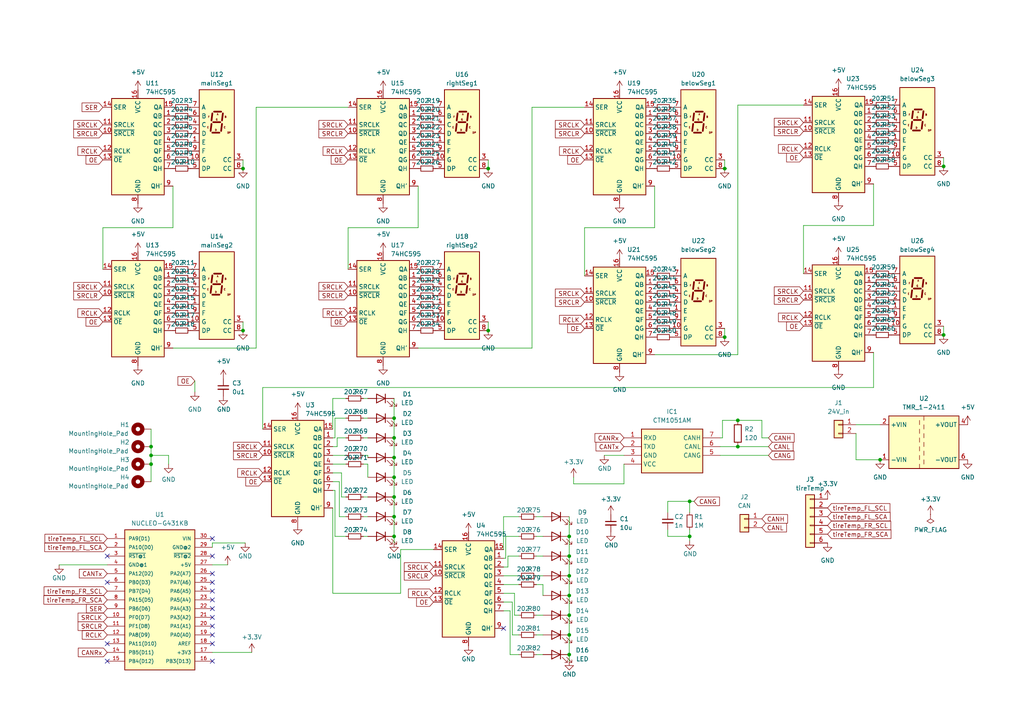
<source format=kicad_sch>
(kicad_sch (version 20230121) (generator eeschema)
  (paper "A4")
  (title_block (title "NTUR 7 dashboard screen") (date "2023-11-01") (rev "1") (company "NTURacing"))
  (junction (at 165.1 167.005))
  (junction (at 141.605 95.885))
  (junction (at 255.27 133.35))
  (junction (at 165.1 161.29))
  (junction (at 273.685 48.26))
  (junction (at 210.185 97.79))
  (junction (at 114.3 155.575))
  (junction (at 165.1 184.15))
  (junction (at 213.995 129.54))
  (junction (at 43.815 129.54))
  (junction (at 43.815 134.62))
  (junction (at 273.685 97.155))
  (junction (at 70.485 95.885))
  (junction (at 213.995 121.92))
  (junction (at 114.3 138.43))
  (junction (at 165.1 172.72))
  (junction (at 165.1 178.435))
  (junction (at 165.1 155.575))
  (junction (at 141.605 48.895))
  (junction (at 200.025 145.415))
  (junction (at 114.3 149.86))
  (junction (at 43.815 132.08))
  (junction (at 114.3 132.715))
  (junction (at 70.485 48.895))
  (junction (at 200.025 155.575))
  (junction (at 114.3 144.145))
  (junction (at 165.1 189.865))
  (junction (at 114.3 121.285))
  (junction (at 114.3 127))
  (junction (at 210.185 48.895))
  (no_connect (at 61.595 191.77))
  (no_connect (at 61.595 173.99))
  (no_connect (at 61.595 181.61))
  (no_connect (at 61.595 186.69))
  (no_connect (at 31.115 191.77))
  (no_connect (at 61.595 176.53))
  (no_connect (at 61.595 179.07))
  (no_connect (at 61.595 161.29))
  (no_connect (at 61.595 171.45))
  (no_connect (at 31.115 161.29))
  (no_connect (at 61.595 156.21))
  (no_connect (at 31.115 186.69))
  (no_connect (at 31.115 168.91))
  (no_connect (at 61.595 168.91))
  (no_connect (at 146.05 182.245))
  (no_connect (at 61.595 184.15))
  (no_connect (at 61.595 166.37))
  (wire (pts (xy 98.425 149.86) (xy 100.33 149.86)))
  (wire (pts (xy 96.52 115.57) (xy 100.33 115.57)))
  (wire (pts (xy 121.285 66.04) (xy 121.285 53.975)))
  (wire (pts (xy 149.225 172.085) (xy 149.225 178.435)))
  (wire (pts (xy 200.025 155.575) (xy 200.025 156.845)))
  (wire (pts (xy 155.575 189.865) (xy 157.48 189.865)))
  (wire (pts (xy 210.185 95.25) (xy 210.185 97.79)))
  (wire (pts (xy 43.815 132.08) (xy 48.895 132.08)))
  (wire (pts (xy 146.685 155.575) (xy 146.685 161.925)))
  (wire (pts (xy 146.05 149.86) (xy 146.05 159.385)))
  (wire (pts (xy 100.33 121.285) (xy 97.155 121.285)))
  (wire (pts (xy 155.575 178.435) (xy 157.48 178.435)))
  (wire (pts (xy 114.3 149.86) (xy 114.3 155.575)))
  (wire (pts (xy 165.1 161.29) (xy 165.1 167.005)))
  (wire (pts (xy 209.55 121.92) (xy 213.995 121.92)))
  (wire (pts (xy 213.995 102.87) (xy 213.995 30.48)))
  (wire (pts (xy 210.185 46.355) (xy 210.185 48.895)))
  (wire (pts (xy 43.815 124.46) (xy 43.815 129.54)))
  (wire (pts (xy 200.025 153.67) (xy 200.025 155.575)))
  (wire (pts (xy 96.52 142.24) (xy 97.155 142.24)))
  (wire (pts (xy 189.865 66.04) (xy 169.545 66.04)))
  (wire (pts (xy 166.37 140.335) (xy 166.37 138.43)))
  (wire (pts (xy 220.98 121.92) (xy 213.995 121.92)))
  (wire (pts (xy 43.815 132.08) (xy 43.815 134.62)))
  (wire (pts (xy 96.52 124.46) (xy 96.52 115.57)))
  (wire (pts (xy 70.485 93.345) (xy 70.485 95.885)))
  (wire (pts (xy 165.1 178.435) (xy 165.1 184.15)))
  (wire (pts (xy 114.3 121.285) (xy 114.3 127)))
  (wire (pts (xy 209.55 127) (xy 208.915 127)))
  (wire (pts (xy 61.595 157.48) (xy 61.595 158.75)))
  (wire (pts (xy 48.895 132.08) (xy 48.895 134.62)))
  (wire (pts (xy 97.155 142.24) (xy 97.155 155.575)))
  (wire (pts (xy 105.41 134.62) (xy 106.68 134.62)))
  (wire (pts (xy 96.52 134.62) (xy 100.33 134.62)))
  (wire (pts (xy 154.305 100.965) (xy 154.305 31.115)))
  (wire (pts (xy 105.41 155.575) (xy 106.68 155.575)))
  (wire (pts (xy 175.26 132.08) (xy 180.975 132.08)))
  (wire (pts (xy 147.32 161.29) (xy 150.495 161.29)))
  (wire (pts (xy 96.52 147.32) (xy 96.52 172.085)))
  (wire (pts (xy 155.575 155.575) (xy 157.48 155.575)))
  (wire (pts (xy 114.3 155.575) (xy 114.3 157.48)))
  (wire (pts (xy 141.605 93.345) (xy 141.605 95.885)))
  (wire (pts (xy 17.145 163.83) (xy 31.115 163.83)))
  (wire (pts (xy 200.025 145.415) (xy 200.025 148.59)))
  (wire (pts (xy 273.685 45.72) (xy 273.685 48.26)))
  (wire (pts (xy 98.425 139.7) (xy 98.425 149.86)))
  (wire (pts (xy 213.995 129.54) (xy 222.885 129.54)))
  (wire (pts (xy 193.675 153.67) (xy 193.675 155.575)))
  (wire (pts (xy 96.52 132.08) (xy 100.33 132.08)))
  (wire (pts (xy 210.185 48.895) (xy 210.82 48.895)))
  (wire (pts (xy 208.915 132.08) (xy 222.885 132.08)))
  (wire (pts (xy 148.59 174.625) (xy 148.59 184.15)))
  (wire (pts (xy 165.1 167.005) (xy 165.1 172.72)))
  (wire (pts (xy 200.025 145.415) (xy 193.675 145.415)))
  (wire (pts (xy 253.365 53.34) (xy 253.365 65.405)))
  (wire (pts (xy 189.865 53.975) (xy 189.865 66.04)))
  (wire (pts (xy 155.575 161.29) (xy 157.48 161.29)))
  (wire (pts (xy 165.1 184.15) (xy 165.1 189.865)))
  (wire (pts (xy 100.965 78.105) (xy 100.965 66.04)))
  (wire (pts (xy 70.485 46.355) (xy 70.485 48.895)))
  (wire (pts (xy 253.365 65.405) (xy 233.045 65.405)))
  (wire (pts (xy 114.3 138.43) (xy 114.3 144.145)))
  (wire (pts (xy 105.41 132.08) (xy 106.68 132.08)))
  (wire (pts (xy 155.575 169.545) (xy 157.48 169.545)))
  (wire (pts (xy 141.605 46.355) (xy 141.605 48.895)))
  (wire (pts (xy 155.575 184.15) (xy 157.48 184.15)))
  (wire (pts (xy 97.79 127) (xy 97.79 129.54)))
  (wire (pts (xy 50.165 100.965) (xy 74.295 100.965)))
  (wire (pts (xy 97.79 129.54) (xy 96.52 129.54)))
  (wire (pts (xy 165.1 149.86) (xy 165.1 155.575)))
  (wire (pts (xy 97.155 155.575) (xy 100.33 155.575)))
  (wire (pts (xy 213.995 30.48) (xy 233.045 30.48)))
  (wire (pts (xy 43.815 129.54) (xy 43.815 132.08)))
  (wire (pts (xy 220.98 127) (xy 222.885 127)))
  (wire (pts (xy 114.3 132.715) (xy 114.3 138.43)))
  (wire (pts (xy 165.1 155.575) (xy 165.1 161.29)))
  (wire (pts (xy 106.68 134.62) (xy 106.68 138.43)))
  (wire (pts (xy 180.975 140.335) (xy 180.975 134.62)))
  (wire (pts (xy 114.3 144.145) (xy 114.3 149.86)))
  (wire (pts (xy 248.285 133.35) (xy 255.27 133.35)))
  (wire (pts (xy 155.575 167.005) (xy 157.48 167.005)))
  (wire (pts (xy 169.545 66.04) (xy 169.545 80.01)))
  (wire (pts (xy 220.98 127) (xy 220.98 121.92)))
  (wire (pts (xy 116.205 159.385) (xy 125.73 159.385)))
  (wire (pts (xy 146.685 155.575) (xy 150.495 155.575)))
  (wire (pts (xy 208.915 129.54) (xy 213.995 129.54)))
  (wire (pts (xy 105.41 149.86) (xy 106.68 149.86)))
  (wire (pts (xy 29.845 66.04) (xy 50.165 66.04)))
  (wire (pts (xy 193.675 155.575) (xy 200.025 155.575)))
  (wire (pts (xy 99.06 144.145) (xy 100.33 144.145)))
  (wire (pts (xy 74.295 100.965) (xy 74.295 31.115)))
  (wire (pts (xy 157.48 169.545) (xy 157.48 172.72)))
  (wire (pts (xy 273.685 94.615) (xy 273.685 97.155)))
  (wire (pts (xy 147.955 177.165) (xy 147.955 189.865)))
  (wire (pts (xy 253.365 112.395) (xy 76.2 112.395)))
  (wire (pts (xy 76.2 112.395) (xy 76.2 124.46)))
  (wire (pts (xy 146.05 172.085) (xy 149.225 172.085)))
  (wire (pts (xy 146.05 167.005) (xy 150.495 167.005)))
  (wire (pts (xy 148.59 184.15) (xy 150.495 184.15)))
  (wire (pts (xy 193.675 145.415) (xy 193.675 148.59)))
  (wire (pts (xy 146.05 174.625) (xy 148.59 174.625)))
  (wire (pts (xy 43.815 134.62) (xy 43.815 139.7)))
  (wire (pts (xy 97.155 127) (xy 96.52 127)))
  (wire (pts (xy 155.575 149.86) (xy 157.48 149.86)))
  (wire (pts (xy 189.865 102.87) (xy 213.995 102.87)))
  (wire (pts (xy 99.06 137.16) (xy 99.06 144.145)))
  (wire (pts (xy 96.52 139.7) (xy 98.425 139.7)))
  (wire (pts (xy 253.365 102.235) (xy 253.365 112.395)))
  (wire (pts (xy 96.52 172.085) (xy 116.205 172.085)))
  (wire (pts (xy 147.32 161.29) (xy 147.32 164.465)))
  (wire (pts (xy 146.685 161.925) (xy 146.05 161.925)))
  (wire (pts (xy 97.155 121.285) (xy 97.155 127)))
  (wire (pts (xy 121.285 100.965) (xy 154.305 100.965)))
  (wire (pts (xy 147.32 164.465) (xy 146.05 164.465)))
  (wire (pts (xy 209.55 121.92) (xy 209.55 127)))
  (wire (pts (xy 146.05 177.165) (xy 147.955 177.165)))
  (wire (pts (xy 146.05 149.86) (xy 150.495 149.86)))
  (wire (pts (xy 74.295 31.115) (xy 100.965 31.115)))
  (wire (pts (xy 106.68 127) (xy 105.41 127)))
  (wire (pts (xy 66.04 163.83) (xy 61.595 163.83)))
  (wire (pts (xy 96.52 137.16) (xy 99.06 137.16)))
  (wire (pts (xy 50.165 66.04) (xy 50.165 53.975)))
  (wire (pts (xy 233.045 65.405) (xy 233.045 79.375)))
  (wire (pts (xy 146.05 169.545) (xy 150.495 169.545)))
  (wire (pts (xy 106.68 132.08) (xy 106.68 132.715)))
  (wire (pts (xy 29.845 78.105) (xy 29.845 66.04)))
  (wire (pts (xy 165.1 191.77) (xy 165.1 189.865)))
  (wire (pts (xy 165.1 172.72) (xy 165.1 178.435)))
  (wire (pts (xy 100.965 66.04) (xy 121.285 66.04)))
  (wire (pts (xy 105.41 115.57) (xy 106.68 115.57)))
  (wire (pts (xy 154.305 31.115) (xy 169.545 31.115)))
  (wire (pts (xy 114.3 127) (xy 114.3 132.715)))
  (wire (pts (xy 201.295 145.415) (xy 200.025 145.415)))
  (wire (pts (xy 73.025 189.23) (xy 61.595 189.23)))
  (wire (pts (xy 105.41 144.145) (xy 106.68 144.145)))
  (wire (pts (xy 61.595 157.48) (xy 71.12 157.48)))
  (wire (pts (xy 100.33 127) (xy 97.79 127)))
  (wire (pts (xy 56.515 110.49) (xy 56.515 113.665)))
  (wire (pts (xy 147.955 189.865) (xy 150.495 189.865)))
  (wire (pts (xy 116.205 172.085) (xy 116.205 159.385)))
  (wire (pts (xy 180.975 140.335) (xy 166.37 140.335)))
  (wire (pts (xy 114.3 115.57) (xy 114.3 121.285)))
  (wire (pts (xy 248.285 125.73) (xy 248.285 133.35)))
  (wire (pts (xy 106.68 121.285) (xy 105.41 121.285)))
  (wire (pts (xy 248.285 123.19) (xy 255.27 123.19)))
  (wire (pts (xy 149.225 178.435) (xy 150.495 178.435)))
  (global_label "CANRx" (shape input) (at 180.975 127 180) (property "Intersheetrefs" "${INTERSHEET_REFS}" (effects hide)))
  (global_label "RCLK" (shape input) (at 29.845 43.815 180) (property "Intersheetrefs" "${INTERSHEET_REFS}" (effects hide)))
  (global_label "RCLK" (shape input) (at 100.965 43.815 180) (property "Intersheetrefs" "${INTERSHEET_REFS}" (effects hide)))
  (global_label "SRCLR" (shape input) (at 100.965 85.725 180) (property "Intersheetrefs" "${INTERSHEET_REFS}" (effects hide)))
  (global_label "SRCLR" (shape input) (at 169.545 38.735 180) (property "Intersheetrefs" "${INTERSHEET_REFS}" (effects hide)))
  (global_label "CANH" (shape input) (at 222.885 127 0) (property "Intersheetrefs" "${INTERSHEET_REFS}" (effects hide)))
  (global_label "OE" (shape input) (at 76.2 139.7 180) (property "Intersheetrefs" "${INTERSHEET_REFS}" (effects hide)))
  (global_label "SRCLR" (shape input) (at 29.845 85.725 180) (property "Intersheetrefs" "${INTERSHEET_REFS}" (effects hide)))
  (global_label "RCLK" (shape input) (at 100.965 90.805 180) (property "Intersheetrefs" "${INTERSHEET_REFS}" (effects hide)))
  (global_label "OE" (shape input) (at 29.845 93.345 180) (property "Intersheetrefs" "${INTERSHEET_REFS}" (effects hide)))
  (global_label "RCLK" (shape input) (at 169.545 92.71 180) (property "Intersheetrefs" "${INTERSHEET_REFS}" (effects hide)))
  (global_label "OE" (shape input) (at 100.965 93.345 180) (property "Intersheetrefs" "${INTERSHEET_REFS}" (effects hide)))
  (global_label "RCLK" (shape input) (at 29.845 90.805 180) (property "Intersheetrefs" "${INTERSHEET_REFS}" (effects hide)))
  (global_label "CANTx" (shape input) (at 31.115 166.37 180) (property "Intersheetrefs" "${INTERSHEET_REFS}" (effects hide)))
  (global_label "CANG" (shape input) (at 201.295 145.415 0) (property "Intersheetrefs" "${INTERSHEET_REFS}" (effects hide)))
  (global_label "SRCLK" (shape input) (at 125.73 164.465 180) (property "Intersheetrefs" "${INTERSHEET_REFS}" (effects hide)))
  (global_label "SRCLK" (shape input) (at 100.965 36.195 180) (property "Intersheetrefs" "${INTERSHEET_REFS}" (effects hide)))
  (global_label "CANL" (shape input) (at 222.885 129.54 0) (property "Intersheetrefs" "${INTERSHEET_REFS}" (effects hide)))
  (global_label "SRCLK" (shape input) (at 31.115 179.07 180) (property "Intersheetrefs" "${INTERSHEET_REFS}" (effects hide)))
  (global_label "SER" (shape input) (at 29.845 31.115 180) (property "Intersheetrefs" "${INTERSHEET_REFS}" (effects hide)))
  (global_label "CANG" (shape input) (at 222.885 132.08 0) (property "Intersheetrefs" "${INTERSHEET_REFS}" (effects hide)))
  (global_label "OE" (shape input) (at 29.845 46.355 180) (property "Intersheetrefs" "${INTERSHEET_REFS}" (effects hide)))
  (global_label "RCLK" (shape input) (at 169.545 43.815 180) (property "Intersheetrefs" "${INTERSHEET_REFS}" (effects hide)))
  (global_label "SRCLR" (shape input) (at 233.045 38.1 180) (property "Intersheetrefs" "${INTERSHEET_REFS}" (effects hide)))
  (global_label "SRCLR" (shape input) (at 100.965 38.735 180) (property "Intersheetrefs" "${INTERSHEET_REFS}" (effects hide)))
  (global_label "OE" (shape input) (at 169.545 46.355 180) (property "Intersheetrefs" "${INTERSHEET_REFS}" (effects hide)))
  (global_label "SRCLK" (shape input) (at 76.2 129.54 180) (property "Intersheetrefs" "${INTERSHEET_REFS}" (effects hide)))
  (global_label "tireTemp_FR_SCA" (shape input) (at 240.03 154.94 0) (property "Intersheetrefs" "${INTERSHEET_REFS}" (effects hide)))
  (global_label "SER" (shape input) (at 31.115 176.53 180) (property "Intersheetrefs" "${INTERSHEET_REFS}" (effects hide)))
  (global_label "tireTemp_FL_SCL" (shape input) (at 31.115 156.21 180) (property "Intersheetrefs" "${INTERSHEET_REFS}" (effects hide)))
  (global_label "CANTx" (shape input) (at 180.975 129.54 180) (property "Intersheetrefs" "${INTERSHEET_REFS}" (effects hide)))
  (global_label "SRCLR" (shape input) (at 125.73 167.005 180) (property "Intersheetrefs" "${INTERSHEET_REFS}" (effects hide)))
  (global_label "SRCLR" (shape input) (at 233.045 86.995 180) (property "Intersheetrefs" "${INTERSHEET_REFS}" (effects hide)))
  (global_label "SRCLR" (shape input) (at 169.545 87.63 180) (property "Intersheetrefs" "${INTERSHEET_REFS}" (effects hide)))
  (global_label "SRCLK" (shape input) (at 233.045 84.455 180) (property "Intersheetrefs" "${INTERSHEET_REFS}" (effects hide)))
  (global_label "SRCLK" (shape input) (at 169.545 85.09 180) (property "Intersheetrefs" "${INTERSHEET_REFS}" (effects hide)))
  (global_label "tireTemp_FR_SCL" (shape input) (at 31.115 171.45 180) (property "Intersheetrefs" "${INTERSHEET_REFS}" (effects hide)))
  (global_label "RCLK" (shape input) (at 233.045 92.075 180) (property "Intersheetrefs" "${INTERSHEET_REFS}" (effects hide)))
  (global_label "tireTemp_FR_SCA" (shape input) (at 31.115 173.99 180) (property "Intersheetrefs" "${INTERSHEET_REFS}" (effects hide)))
  (global_label "tireTemp_FL_SCA" (shape input) (at 240.03 149.86 0) (property "Intersheetrefs" "${INTERSHEET_REFS}" (effects hide)))
  (global_label "OE" (shape input) (at 125.73 174.625 180) (property "Intersheetrefs" "${INTERSHEET_REFS}" (effects hide)))
  (global_label "OE" (shape input) (at 100.965 46.355 180) (property "Intersheetrefs" "${INTERSHEET_REFS}" (effects hide)))
  (global_label "SRCLK" (shape input) (at 29.845 83.185 180) (property "Intersheetrefs" "${INTERSHEET_REFS}" (effects hide)))
  (global_label "SRCLK" (shape input) (at 233.045 35.56 180) (property "Intersheetrefs" "${INTERSHEET_REFS}" (effects hide)))
  (global_label "SRCLK" (shape input) (at 100.965 83.185 180) (property "Intersheetrefs" "${INTERSHEET_REFS}" (effects hide)))
  (global_label "RCLK" (shape input) (at 31.115 184.15 180) (property "Intersheetrefs" "${INTERSHEET_REFS}" (effects hide)))
  (global_label "CANH" (shape input) (at 220.98 150.495 0) (property "Intersheetrefs" "${INTERSHEET_REFS}" (effects hide)))
  (global_label "RCLK" (shape input) (at 76.2 137.16 180) (property "Intersheetrefs" "${INTERSHEET_REFS}" (effects hide)))
  (global_label "SRCLR" (shape input) (at 31.115 181.61 180) (property "Intersheetrefs" "${INTERSHEET_REFS}" (effects hide)))
  (global_label "SRCLK" (shape input) (at 169.545 36.195 180) (property "Intersheetrefs" "${INTERSHEET_REFS}" (effects hide)))
  (global_label "RCLK" (shape input) (at 233.045 43.18 180) (property "Intersheetrefs" "${INTERSHEET_REFS}" (effects hide)))
  (global_label "OE" (shape input) (at 233.045 45.72 180) (property "Intersheetrefs" "${INTERSHEET_REFS}" (effects hide)))
  (global_label "OE" (shape input) (at 233.045 94.615 180) (property "Intersheetrefs" "${INTERSHEET_REFS}" (effects hide)))
  (global_label "CANL" (shape input) (at 220.98 153.035 0) (property "Intersheetrefs" "${INTERSHEET_REFS}" (effects hide)))
  (global_label "tireTemp_FL_SCA" (shape input) (at 31.115 158.75 180) (property "Intersheetrefs" "${INTERSHEET_REFS}" (effects hide)))
  (global_label "CANRx" (shape input) (at 31.115 189.23 180) (property "Intersheetrefs" "${INTERSHEET_REFS}" (effects hide)))
  (global_label "SRCLK" (shape input) (at 29.845 36.195 180) (property "Intersheetrefs" "${INTERSHEET_REFS}" (effects hide)))
  (global_label "SRCLR" (shape input) (at 76.2 132.08 180) (property "Intersheetrefs" "${INTERSHEET_REFS}" (effects hide)))
  (global_label "tireTemp_FL_SCL" (shape input) (at 240.03 147.32 0) (property "Intersheetrefs" "${INTERSHEET_REFS}" (effects hide)))
  (global_label "OE" (shape input) (at 56.515 110.49 180) (property "Intersheetrefs" "${INTERSHEET_REFS}" (effects hide)))
  (global_label "OE" (shape input) (at 169.545 95.25 180) (property "Intersheetrefs" "${INTERSHEET_REFS}" (effects hide)))
  (global_label "RCLK" (shape input) (at 125.73 172.085 180) (property "Intersheetrefs" "${INTERSHEET_REFS}" (effects hide)))
  (global_label "tireTemp_FR_SCL" (shape input) (at 240.03 152.4 0) (property "Intersheetrefs" "${INTERSHEET_REFS}" (effects hide)))
  (global_label "SRCLR" (shape input) (at 29.845 38.735 180) (property "Intersheetrefs" "${INTERSHEET_REFS}" (effects hide)))
  (symbol (lib_id "Device:R_Small") (at 255.905 81.915 90) (unit 1)
    (property "Reference" "R60" (at 257.81 80.01 90))
    (property "Value" "202" (at 254.635 80.01 90))
    (property "Footprint" "Resistor_SMD:R_0805_2012Metric" (effects hide))
  )
  (symbol (lib_id "Device:R_Small") (at 255.905 33.02 90) (unit 1)
    (property "Reference" "R52" (at 257.81 31.115 90))
    (property "Value" "202" (at 254.635 31.115 90))
    (property "Footprint" "Resistor_SMD:R_0805_2012Metric" (effects hide))
  )
  (symbol (lib_id "Device:R_Small") (at 153.035 169.545 90) (unit 1)
    (property "Reference" "R79" (at 154.94 167.64 90))
    (property "Value" "202" (at 151.765 167.64 90))
    (property "Footprint" "Resistor_SMD:R_0805_2012Metric" (effects hide))
  )
  (symbol (lib_id "Device:R_Small") (at 255.905 86.995 90) (unit 1)
    (property "Reference" "R62" (at 257.81 85.09 90))
    (property "Value" "202" (at 254.635 85.09 90))
    (property "Footprint" "Resistor_SMD:R_0805_2012Metric" (effects hide))
  )
  (symbol (lib_id "power:+5V") (at 64.77 109.855 0) (unit 1)
    (property "Reference" "#PWR043" (effects hide))
    (property "Value" "+5V" (at 64.77 104.775 0))
  )
  (symbol (lib_id "Display_Character:KCSC02-105") (at 133.985 85.725 0) (unit 1)
    (property "Reference" "U18" (at 133.985 68.58 0))
    (property "Value" "rightSeg2" (at 133.985 71.12 0))
    (property "Footprint" "CustomLibrary:1digit 7 segment display 0.56inch" (effects hide))
    (property "Datasheet" "http://www.kingbright.com/attachments/file/psearch/000/00/00/KCSC02-105(Ver.9A).pdf" (effects hide))
  )
  (symbol (lib_id "Device:R_Small") (at 192.405 85.09 90) (unit 1)
    (property "Reference" "R45" (at 194.31 83.185 90))
    (property "Value" "202" (at 191.135 83.185 90))
    (property "Footprint" "Resistor_SMD:R_0805_2012Metric" (effects hide))
  )
  (symbol (lib_id "Device:LED") (at 161.29 172.72 0) (mirror y) (unit 1)
    (property "Reference" "D13" (at 168.91 171.45 0))
    (property "Value" "LED" (at 168.91 173.99 0))
    (property "Footprint" "LED_SMD:LED_1812_4532Metric" (effects hide))
  )
  (symbol (lib_id "power:PWR_FLAG") (at 269.875 149.225 180) (unit 1)
    (property "Reference" "#FLG02" (effects hide))
    (property "Value" "PWR_FLAG" (at 269.875 153.67 0))
  )
  (symbol (lib_id "Device:LED") (at 161.29 189.865 0) (mirror y) (unit 1)
    (property "Reference" "D16" (at 168.91 188.595 0))
    (property "Value" "LED" (at 168.91 191.135 0))
    (property "Footprint" "LED_SMD:LED_1812_4532Metric" (effects hide))
  )
  (symbol (lib_id "Device:C_Small") (at 177.165 151.765 0) (unit 1)
    (property "Reference" "C1" (at 179.705 150.5013 0) (effects (justify left)))
    (property "Value" "10u" (at 179.705 153.0413 0) (effects (justify left)))
    (property "Footprint" "Capacitor_SMD:C_0805_2012Metric_Pad1.18x1.45mm_HandSolder" (effects hide))
  )
  (symbol (lib_id "Device:R_Small") (at 123.825 41.275 90) (unit 1)
    (property "Reference" "R23" (at 125.73 39.37 90))
    (property "Value" "202" (at 122.555 39.37 90))
    (property "Footprint" "Resistor_SMD:R_0805_2012Metric" (effects hide))
  )
  (symbol (lib_id "Display_Character:KCSC02-105") (at 62.865 85.725 0) (unit 1)
    (property "Reference" "U14" (at 62.865 68.58 0))
    (property "Value" "mainSeg2" (at 62.865 71.12 0))
    (property "Footprint" "CustomLibrary:1digit 7 segment display 1.5inch" (effects hide))
    (property "Datasheet" "http://www.kingbright.com/attachments/file/psearch/000/00/00/KCSC02-105(Ver.9A).pdf" (effects hide))
  )
  (symbol (lib_id "power:GND") (at 243.205 58.42 0) (unit 1)
    (property "Reference" "#PWR015" (effects hide))
    (property "Value" "GND" (at 243.205 63.5 0))
  )
  (symbol (lib_id "power:GND") (at 175.26 132.08 0) (unit 1)
    (property "Reference" "#PWR034" (effects hide))
    (property "Value" "GND" (at 173.355 135.89 0) (effects (justify left)))
  )
  (symbol (lib_id "Connector_Generic:Conn_01x02") (at 215.9 150.495 0) (mirror y) (unit 1)
    (property "Reference" "J2" (at 215.9 144.145 0))
    (property "Value" "CAN" (at 215.9 146.685 0))
    (property "Footprint" "Connector_JST:JST_XH_S2B-XH-A-1_1x02_P2.50mm_Horizontal" (effects hide))
  )
  (symbol (lib_id "power:GND") (at 165.1 191.77 0) (unit 1)
    (property "Reference" "#PWR07" (effects hide))
    (property "Value" "GND" (at 165.1 195.58 0))
  )
  (symbol (lib_id "Device:R_Small") (at 102.87 155.575 90) (unit 1)
    (property "Reference" "R74" (at 104.775 153.67 90))
    (property "Value" "202" (at 101.6 153.67 90))
    (property "Footprint" "Resistor_SMD:R_0805_2012Metric" (effects hide))
  )
  (symbol (lib_id "Device:R_Small") (at 255.905 40.64 90) (unit 1)
    (property "Reference" "R55" (at 257.81 38.735 90))
    (property "Value" "202" (at 254.635 38.735 90))
    (property "Footprint" "Resistor_SMD:R_0805_2012Metric" (effects hide))
  )
  (symbol (lib_id "Device:R_Small") (at 52.705 93.345 90) (unit 1)
    (property "Reference" "R17" (at 54.61 91.44 90))
    (property "Value" "202" (at 51.435 91.44 90))
    (property "Footprint" "Resistor_SMD:R_0805_2012Metric" (effects hide))
  )
  (symbol (lib_id "power:GND") (at 177.165 154.305 0) (unit 1)
    (property "Reference" "#PWR033" (effects hide))
    (property "Value" "GND" (at 175.26 158.115 0) (effects (justify left)))
  )
  (symbol (lib_id "power:+3.3V") (at 269.875 149.225 0) (unit 1)
    (property "Reference" "#PWR041" (effects hide))
    (property "Value" "+3.3V" (at 269.875 144.78 0))
  )
  (symbol (lib_id "Device:R_Small") (at 123.825 90.805 90) (unit 1)
    (property "Reference" "R32" (at 125.73 88.9 90))
    (property "Value" "202" (at 122.555 88.9 90))
    (property "Footprint" "Resistor_SMD:R_0805_2012Metric" (effects hide))
  )
  (symbol (lib_id "Device:LED") (at 110.49 144.145 0) (mirror y) (unit 1)
    (property "Reference" "D6" (at 118.11 142.875 0))
    (property "Value" "LED" (at 118.11 145.415 0))
    (property "Footprint" "LED_SMD:LED_1812_4532Metric" (effects hide))
  )
  (symbol (lib_id "Device:R_Small") (at 192.405 33.655 90) (unit 1)
    (property "Reference" "R36" (at 194.31 31.75 90))
    (property "Value" "202" (at 191.135 31.75 90))
    (property "Footprint" "Resistor_SMD:R_0805_2012Metric" (effects hide))
  )
  (symbol (lib_id "Device:R_Small") (at 123.825 38.735 90) (unit 1)
    (property "Reference" "R22" (at 125.73 36.83 90))
    (property "Value" "202" (at 122.555 36.83 90))
    (property "Footprint" "Resistor_SMD:R_0805_2012Metric" (effects hide))
  )
  (symbol (lib_id "Device:R_Small") (at 102.87 127 90) (unit 1)
    (property "Reference" "R69" (at 104.775 125.095 90))
    (property "Value" "202" (at 101.6 125.095 90))
    (property "Footprint" "Resistor_SMD:R_0805_2012Metric" (effects hide))
  )
  (symbol (lib_id "Device:R_Small") (at 52.705 38.735 90) (unit 1)
    (property "Reference" "R6" (at 54.61 36.83 90))
    (property "Value" "202" (at 51.435 36.83 90))
    (property "Footprint" "Resistor_SMD:R_0805_2012Metric" (effects hide))
  )
  (symbol (lib_id "power:GND") (at 70.485 95.885 0) (unit 1)
    (property "Reference" "#PWR023" (effects hide))
    (property "Value" "GND" (at 70.485 100.965 0))
  )
  (symbol (lib_id "Device:R_Small") (at 192.405 95.25 90) (unit 1)
    (property "Reference" "R49" (at 194.31 93.345 90))
    (property "Value" "202" (at 191.135 93.345 90))
    (property "Footprint" "Resistor_SMD:R_0805_2012Metric" (effects hide))
  )
  (symbol (lib_id "power:GND") (at 210.185 97.79 0) (unit 1)
    (property "Reference" "#PWR025" (effects hide))
    (property "Value" "GND" (at 210.185 102.87 0))
  )
  (symbol (lib_id "74xx:74HC595") (at 179.705 90.17 0) (unit 1)
    (property "Reference" "U21" (at 181.8991 72.39 0) (effects (justify left)))
    (property "Value" "74HC595" (at 181.8991 74.93 0) (effects (justify left)))
    (property "Footprint" "Package_DIP:DIP-16_W7.62mm_Socket_LongPads" (effects hide))
    (property "Datasheet" "http://www.ti.com/lit/ds/symlink/sn74hc595.pdf" (effects hide))
  )
  (symbol (lib_id "power:GND") (at 71.12 157.48 0) (unit 1)
    (property "Reference" "#PWR037" (effects hide))
    (property "Value" "GND" (at 71.12 161.29 0))
  )
  (symbol (lib_id "Device:LED") (at 161.29 155.575 0) (mirror y) (unit 1)
    (property "Reference" "D10" (at 168.91 154.305 0))
    (property "Value" "LED" (at 168.91 156.845 0))
    (property "Footprint" "LED_SMD:LED_1812_4532Metric" (effects hide))
  )
  (symbol (lib_id "Device:R_Small") (at 255.905 43.18 90) (unit 1)
    (property "Reference" "R56" (at 257.81 41.275 90))
    (property "Value" "202" (at 254.635 41.275 90))
    (property "Footprint" "Resistor_SMD:R_0805_2012Metric" (effects hide))
  )
  (symbol (lib_id "Device:R_Small") (at 123.825 93.345 90) (unit 1)
    (property "Reference" "R33" (at 125.73 91.44 90))
    (property "Value" "202" (at 122.555 91.44 90))
    (property "Footprint" "Resistor_SMD:R_0805_2012Metric" (effects hide))
  )
  (symbol (lib_id "power:+5V") (at 40.005 26.035 0) (unit 1)
    (property "Reference" "#PWR020" (effects hide))
    (property "Value" "+5V" (at 40.005 20.955 0))
  )
  (symbol (lib_id "74xx:74HC595") (at 111.125 41.275 0) (unit 1)
    (property "Reference" "U15" (at 113.3191 24.13 0) (effects (justify left)))
    (property "Value" "74HC595" (at 113.3191 26.67 0) (effects (justify left)))
    (property "Footprint" "Package_DIP:DIP-16_W7.62mm_Socket_LongPads" (effects hide))
    (property "Datasheet" "http://www.ti.com/lit/ds/symlink/sn74hc595.pdf" (effects hide))
  )
  (symbol (lib_id "Device:R_Small") (at 123.825 43.815 90) (unit 1)
    (property "Reference" "R24" (at 125.73 41.91 90))
    (property "Value" "202" (at 122.555 41.91 90))
    (property "Footprint" "Resistor_SMD:R_0805_2012Metric" (effects hide))
  )
  (symbol (lib_id "Device:LED") (at 161.29 161.29 0) (mirror y) (unit 1)
    (property "Reference" "D11" (at 168.91 160.02 0))
    (property "Value" "LED" (at 168.91 162.56 0))
    (property "Footprint" "LED_SMD:LED_1812_4532Metric" (effects hide))
  )
  (symbol (lib_id "power:GND") (at 243.205 107.315 0) (unit 1)
    (property "Reference" "#PWR017" (effects hide))
    (property "Value" "GND" (at 243.205 112.395 0))
  )
  (symbol (lib_id "Device:R_Small") (at 52.705 33.655 90) (unit 1)
    (property "Reference" "R4" (at 54.61 31.75 90))
    (property "Value" "202" (at 51.435 31.75 90))
    (property "Footprint" "Resistor_SMD:R_0805_2012Metric" (effects hide))
  )
  (symbol (lib_id "power:+5V") (at 40.005 73.025 0) (unit 1)
    (property "Reference" "#PWR018" (effects hide))
    (property "Value" "+5V" (at 40.005 67.945 0))
  )
  (symbol (lib_id "Regulator_Switching:TMR_1-2411") (at 267.97 128.27 0) (unit 1)
    (property "Reference" "U2" (at 267.97 115.57 0))
    (property "Value" "TMR_1-2411" (at 267.97 118.11 0))
    (property "Footprint" "Converter_DCDC:Converter_DCDC_TRACO_TMR-1-xxxx_Single_THT" (effects hide))
    (property "Datasheet" "http://assets.tracopower.com/TMR1/documents/tmr1-datasheet.pdf" (effects hide))
  )
  (symbol (lib_id "Device:R_Small") (at 123.825 78.105 90) (unit 1)
    (property "Reference" "R27" (at 125.73 76.2 90))
    (property "Value" "202" (at 122.555 76.2 90))
    (property "Footprint" "Resistor_SMD:R_0805_2012Metric" (effects hide))
  )
  (symbol (lib_id "power:GND") (at 240.03 157.48 0) (unit 1)
    (property "Reference" "#PWR031" (effects hide))
    (property "Value" "GND" (at 240.03 162.56 0))
  )
  (symbol (lib_id "Device:R_Small") (at 255.905 35.56 90) (unit 1)
    (property "Reference" "R53" (at 257.81 33.655 90))
    (property "Value" "202" (at 254.635 33.655 90))
    (property "Footprint" "Resistor_SMD:R_0805_2012Metric" (effects hide))
  )
  (symbol (lib_id "Device:LED") (at 161.29 149.86 0) (mirror y) (unit 1)
    (property "Reference" "D9" (at 168.91 148.59 0))
    (property "Value" "LED" (at 168.91 151.13 0))
    (property "Footprint" "LED_SMD:LED_1812_4532Metric" (effects hide))
  )
  (symbol (lib_id "power:GND") (at 70.485 48.895 0) (unit 1)
    (property "Reference" "#PWR022" (effects hide))
    (property "Value" "GND" (at 70.485 53.975 0))
  )
  (symbol (lib_id "Device:R_Small") (at 200.025 151.13 0) (unit 1)
    (property "Reference" "R1" (at 201.295 149.86 0) (effects (justify left)))
    (property "Value" "1M" (at 201.295 152.4 0) (effects (justify left)))
    (property "Footprint" "Resistor_SMD:R_0603_1608Metric" (effects hide))
  )
  (symbol (lib_id "Device:R_Small") (at 192.405 46.355 90) (unit 1)
    (property "Reference" "R41" (at 194.31 44.45 90))
    (property "Value" "202" (at 191.135 44.45 90))
    (property "Footprint" "Resistor_SMD:R_0805_2012Metric" (effects hide))
  )
  (symbol (lib_id "power:GND") (at 86.36 152.4 0) (unit 1)
    (property "Reference" "#PWR047" (effects hide))
    (property "Value" "GND" (at 86.36 157.48 0))
  )
  (symbol (lib_id "Mechanical:MountingHole_Pad") (at 41.275 124.46 90) (unit 1)
    (property "Reference" "H1" (at 36.195 123.19 90))
    (property "Value" "MountingHole_Pad" (at 28.575 125.73 90))
    (property "Footprint" "MountingHole:MountingHole_2.2mm_M2_DIN965_Pad_TopBottom" (effects hide))
  )
  (symbol (lib_id "power:GND") (at 141.605 48.895 0) (unit 1)
    (property "Reference" "#PWR028" (effects hide))
    (property "Value" "GND" (at 141.605 53.975 0))
  )
  (symbol (lib_id "Device:R_Small") (at 255.905 92.075 90) (unit 1)
    (property "Reference" "R64" (at 257.81 90.17 90))
    (property "Value" "202" (at 254.635 90.17 90))
    (property "Footprint" "Resistor_SMD:R_0805_2012Metric" (effects hide))
  )
  (symbol (lib_id "Device:R_Small") (at 52.705 46.355 90) (unit 1)
    (property "Reference" "R9" (at 54.61 44.45 90))
    (property "Value" "202" (at 51.435 44.45 90))
    (property "Footprint" "Resistor_SMD:R_0805_2012Metric" (effects hide))
  )
  (symbol (lib_id "Device:R_Small") (at 52.705 36.195 90) (unit 1)
    (property "Reference" "R5" (at 54.61 34.29 90))
    (property "Value" "202" (at 51.435 34.29 90))
    (property "Footprint" "Resistor_SMD:R_0805_2012Metric" (effects hide))
  )
  (symbol (lib_id "Device:R_Small") (at 123.825 36.195 90) (unit 1)
    (property "Reference" "R21" (at 125.73 34.29 90))
    (property "Value" "202" (at 122.555 34.29 90))
    (property "Footprint" "Resistor_SMD:R_0805_2012Metric" (effects hide))
  )
  (symbol (lib_id "Device:R_Small") (at 102.87 115.57 90) (unit 1)
    (property "Reference" "R67" (at 104.775 113.665 90))
    (property "Value" "202" (at 101.6 113.665 90))
    (property "Footprint" "Resistor_SMD:R_0805_2012Metric" (effects hide))
  )
  (symbol (lib_id "Mechanical:MountingHole_Pad") (at 41.275 134.62 90) (unit 1)
    (property "Reference" "H3" (at 36.195 133.35 90))
    (property "Value" "MountingHole_Pad" (at 28.575 135.89 90))
    (property "Footprint" "MountingHole:MountingHole_2.2mm_M2_DIN965_Pad_TopBottom" (effects hide))
  )
  (symbol (lib_id "Device:R_Small") (at 52.705 78.105 90) (unit 1)
    (property "Reference" "R11" (at 54.61 76.2 90))
    (property "Value" "202" (at 51.435 76.2 90))
    (property "Footprint" "Resistor_SMD:R_0805_2012Metric" (effects hide))
  )
  (symbol (lib_id "power:GND") (at 64.77 114.935 0) (unit 1)
    (property "Reference" "#PWR044" (effects hide))
    (property "Value" "GND" (at 62.865 118.745 0) (effects (justify left)))
  )
  (symbol (lib_id "Device:R_Small") (at 153.035 167.005 90) (unit 1)
    (property "Reference" "R78" (at 154.94 165.1 90))
    (property "Value" "202" (at 151.765 165.1 90))
    (property "Footprint" "Resistor_SMD:R_0805_2012Metric" (effects hide))
  )
  (symbol (lib_id "power:GND") (at 40.005 106.045 0) (unit 1)
    (property "Reference" "#PWR09" (effects hide))
    (property "Value" "GND" (at 40.005 111.125 0))
  )
  (symbol (lib_id "Device:R_Small") (at 192.405 36.195 90) (unit 1)
    (property "Reference" "R37" (at 194.31 34.29 90))
    (property "Value" "202" (at 191.135 34.29 90))
    (property "Footprint" "Resistor_SMD:R_0805_2012Metric" (effects hide))
  )
  (symbol (lib_id "74xx:74HC595") (at 135.89 169.545 0) (unit 1)
    (property "Reference" "U4" (at 138.0841 152.4 0) (effects (justify left)))
    (property "Value" "74HC595" (at 138.0841 154.94 0) (effects (justify left)))
    (property "Footprint" "Package_DIP:DIP-16_W7.62mm_Socket_LongPads" (effects hide))
    (property "Datasheet" "http://www.ti.com/lit/ds/symlink/sn74hc595.pdf" (effects hide))
  )
  (symbol (lib_id "power:+5V") (at 243.205 25.4 0) (unit 1)
    (property "Reference" "#PWR010" (effects hide))
    (property "Value" "+5V" (at 243.205 20.32 0))
  )
  (symbol (lib_id "Device:R_Small") (at 52.705 95.885 90) (unit 1)
    (property "Reference" "R18" (at 54.61 93.98 90))
    (property "Value" "202" (at 51.435 93.98 90))
    (property "Footprint" "Resistor_SMD:R_0805_2012Metric" (effects hide))
  )
  (symbol (lib_id "Device:LED") (at 110.49 115.57 0) (mirror y) (unit 1)
    (property "Reference" "D1" (at 118.11 114.3 0))
    (property "Value" "LED" (at 118.11 116.84 0))
    (property "Footprint" "LED_SMD:LED_1812_4532Metric" (effects hide))
  )
  (symbol (lib_id "Device:R_Small") (at 192.405 92.71 90) (unit 1)
    (property "Reference" "R48" (at 194.31 90.805 90))
    (property "Value" "202" (at 191.135 90.805 90))
    (property "Footprint" "Resistor_SMD:R_0805_2012Metric" (effects hide))
  )
  (symbol (lib_id "Device:R_Small") (at 255.905 45.72 90) (unit 1)
    (property "Reference" "R57" (at 257.81 43.815 90))
    (property "Value" "202" (at 254.635 43.815 90))
    (property "Footprint" "Resistor_SMD:R_0805_2012Metric" (effects hide))
  )
  (symbol (lib_id "74xx:74HC595") (at 86.36 134.62 0) (unit 1)
    (property "Reference" "U3" (at 88.5541 117.475 0) (effects (justify left)))
    (property "Value" "74HC595" (at 88.5541 120.015 0) (effects (justify left)))
    (property "Footprint" "Package_DIP:DIP-16_W7.62mm_Socket_LongPads" (effects hide))
    (property "Datasheet" "http://www.ti.com/lit/ds/symlink/sn74hc595.pdf" (effects hide))
  )
  (symbol (lib_id "Device:R_Small") (at 255.905 94.615 90) (unit 1)
    (property "Reference" "R65" (at 257.81 92.71 90))
    (property "Value" "202" (at 254.635 92.71 90))
    (property "Footprint" "Resistor_SMD:R_0805_2012Metric" (effects hide))
  )
  (symbol (lib_id "power:GND") (at 48.895 134.62 0) (unit 1)
    (property "Reference" "#PWR045" (effects hide))
    (property "Value" "GND" (at 48.895 139.065 0))
  )
  (symbol (lib_id "power:GND") (at 273.685 48.26 0) (unit 1)
    (property "Reference" "#PWR027" (effects hide))
    (property "Value" "GND" (at 273.685 53.34 0))
  )
  (symbol (lib_id "Device:R_Small") (at 52.705 41.275 90) (unit 1)
    (property "Reference" "R7" (at 54.61 39.37 90))
    (property "Value" "202" (at 51.435 39.37 90))
    (property "Footprint" "Resistor_SMD:R_0805_2012Metric" (effects hide))
  )
  (symbol (lib_id "power:GND") (at 179.705 59.055 0) (unit 1)
    (property "Reference" "#PWR011" (effects hide))
    (property "Value" "GND" (at 179.705 64.135 0))
  )
  (symbol (lib_id "power:GND") (at 135.89 187.325 0) (unit 1)
    (property "Reference" "#PWR049" (effects hide))
    (property "Value" "GND" (at 135.89 191.135 0))
  )
  (symbol (lib_id "Device:R_Small") (at 153.035 155.575 90) (unit 1)
    (property "Reference" "R76" (at 154.94 153.67 90))
    (property "Value" "202" (at 151.765 153.67 90))
    (property "Footprint" "Resistor_SMD:R_0805_2012Metric" (effects hide))
  )
  (symbol (lib_id "power:GND") (at 210.185 48.895 0) (unit 1)
    (property "Reference" "#PWR024" (effects hide))
    (property "Value" "GND" (at 210.185 53.975 0))
  )
  (symbol (lib_id "Display_Character:KCSC02-105") (at 266.065 86.995 0) (unit 1)
    (property "Reference" "U26" (at 266.065 69.85 0))
    (property "Value" "belowSeg4" (at 266.065 72.39 0))
    (property "Footprint" "CustomLibrary:1digit 7 segment display 0.56inch" (effects hide))
    (property "Datasheet" "http://www.kingbright.com/attachments/file/psearch/000/00/00/KCSC02-105(Ver.9A).pdf" (effects hide))
  )
  (symbol (lib_id "power:+3.3V") (at 240.03 144.78 0) (unit 1)
    (property "Reference" "#PWR030" (effects hide))
    (property "Value" "+3.3V" (at 240.03 140.335 0))
  )
  (symbol (lib_id "Device:R_Small") (at 52.705 43.815 90) (unit 1)
    (property "Reference" "R8" (at 54.61 41.91 90))
    (property "Value" "202" (at 51.435 41.91 90))
    (property "Footprint" "Resistor_SMD:R_0805_2012Metric" (effects hide))
  )
  (symbol (lib_id "Device:C_Small") (at 64.77 112.395 0) (unit 1)
    (property "Reference" "C3" (at 67.31 111.1313 0) (effects (justify left)))
    (property "Value" "0u1" (at 67.31 113.6713 0) (effects (justify left)))
    (property "Footprint" "Capacitor_SMD:C_0805_2012Metric_Pad1.18x1.45mm_HandSolder" (effects hide))
  )
  (symbol (lib_id "Device:R_Small") (at 123.825 31.115 90) (unit 1)
    (property "Reference" "R19" (at 125.73 29.21 90))
    (property "Value" "202" (at 122.555 29.21 90))
    (property "Footprint" "Resistor_SMD:R_0805_2012Metric" (effects hide))
  )
  (symbol (lib_id "74xx:74HC595") (at 243.205 40.64 0) (unit 1)
    (property "Reference" "U23" (at 245.3991 22.86 0) (effects (justify left)))
    (property "Value" "74HC595" (at 245.3991 25.4 0) (effects (justify left)))
    (property "Footprint" "Package_DIP:DIP-16_W7.62mm_Socket_LongPads" (effects hide))
    (property "Datasheet" "http://www.ti.com/lit/ds/symlink/sn74hc595.pdf" (effects hide))
  )
  (symbol (lib_id "power:GND") (at 280.67 133.35 0) (unit 1)
    (property "Reference" "#PWR05" (effects hide))
    (property "Value" "GND" (at 280.67 138.43 0))
  )
  (symbol (lib_id "Device:R_Small") (at 255.905 30.48 90) (unit 1)
    (property "Reference" "R51" (at 257.81 28.575 90))
    (property "Value" "202" (at 254.635 28.575 90))
    (property "Footprint" "Resistor_SMD:R_0805_2012Metric" (effects hide))
  )
  (symbol (lib_id "Device:LED") (at 161.29 178.435 0) (mirror y) (unit 1)
    (property "Reference" "D14" (at 168.91 177.165 0))
    (property "Value" "LED" (at 168.91 179.705 0))
    (property "Footprint" "LED_SMD:LED_1812_4532Metric" (effects hide))
  )
  (symbol (lib_id "Device:R_Small") (at 255.905 97.155 90) (unit 1)
    (property "Reference" "R66" (at 257.81 95.25 90))
    (property "Value" "202" (at 254.635 95.25 90))
    (property "Footprint" "Resistor_SMD:R_0805_2012Metric" (effects hide))
  )
  (symbol (lib_id "Device:R_Small") (at 52.705 31.115 90) (unit 1)
    (property "Reference" "R3" (at 54.61 29.21 90))
    (property "Value" "202" (at 51.435 29.21 90))
    (property "Footprint" "Resistor_SMD:R_0805_2012Metric" (effects hide))
  )
  (symbol (lib_id "Device:LED") (at 110.49 149.86 0) (mirror y) (unit 1)
    (property "Reference" "D7" (at 118.11 148.59 0))
    (property "Value" "LED" (at 118.11 151.13 0))
    (property "Footprint" "LED_SMD:LED_1812_4532Metric" (effects hide))
  )
  (symbol (lib_id "Device:R_Small") (at 123.825 95.885 90) (unit 1)
    (property "Reference" "R34" (at 125.73 93.98 90))
    (property "Value" "202" (at 122.555 93.98 90))
    (property "Footprint" "Resistor_SMD:R_0805_2012Metric" (effects hide))
  )
  (symbol (lib_id "Device:LED") (at 110.49 132.715 0) (mirror y) (unit 1)
    (property "Reference" "D4" (at 118.11 131.445 0))
    (property "Value" "LED" (at 118.11 133.985 0))
    (property "Footprint" "LED_SMD:LED_1812_4532Metric" (effects hide))
  )
  (symbol (lib_id "Device:LED") (at 110.49 138.43 0) (mirror y) (unit 1)
    (property "Reference" "D5" (at 118.11 137.16 0))
    (property "Value" "LED" (at 118.11 139.7 0))
    (property "Footprint" "LED_SMD:LED_1812_4532Metric" (effects hide))
  )
  (symbol (lib_id "Device:R_Small") (at 192.405 80.01 90) (unit 1)
    (property "Reference" "R43" (at 194.31 78.105 90))
    (property "Value" "202" (at 191.135 78.105 90))
    (property "Footprint" "Resistor_SMD:R_0805_2012Metric" (effects hide))
  )
  (symbol (lib_id "power:GND") (at 111.125 106.045 0) (unit 1)
    (property "Reference" "#PWR021" (effects hide))
    (property "Value" "GND" (at 111.125 111.125 0))
  )
  (symbol (lib_id "Device:R_Small") (at 123.825 33.655 90) (unit 1)
    (property "Reference" "R20" (at 125.73 31.75 90))
    (property "Value" "202" (at 122.555 31.75 90))
    (property "Footprint" "Resistor_SMD:R_0805_2012Metric" (effects hide))
  )
  (symbol (lib_id "power:+5V") (at 179.705 26.035 0) (unit 1)
    (property "Reference" "#PWR016" (effects hide))
    (property "Value" "+5V" (at 179.705 20.955 0))
  )
  (symbol (lib_id "SamacSys_Parts:CTM1051AM") (at 180.975 127 0) (unit 1)
    (property "Reference" "IC1" (at 194.945 119.38 0))
    (property "Value" "CTM1051AM" (at 194.945 121.92 0))
    (property "Footprint" "SamacSys_Parts:CTM1051AM" (effects hide))
    (property "Datasheet" "https://datasheet.lcsc.com/lcsc/1809010910_ZLG-Zhiyuan-Elec-CTM1051M_C91259.pdf" (effects hide))
    (property "Height" "8.1" (effects hide))
    (property "Manufacturer_Name" "Guangzhou ZHIYUAN Electronics CO., LTD" (effects hide))
    (property "Manufacturer_Part_Number" "CTM1051AM" (effects hide))
  )
  (symbol (lib_id "Display_Character:KCSC02-105") (at 62.865 38.735 0) (unit 1)
    (property "Reference" "U12" (at 62.865 21.59 0))
    (property "Value" "mainSeg1" (at 62.865 24.13 0))
    (property "Footprint" "CustomLibrary:1digit 7 segment display 1.5inch" (effects hide))
    (property "Datasheet" "http://www.kingbright.com/attachments/file/psearch/000/00/00/KCSC02-105(Ver.9A).pdf" (effects hide))
  )
  (symbol (lib_id "power:+3.3V") (at 177.165 149.225 0) (unit 1)
    (property "Reference" "#PWR032" (effects hide))
    (property "Value" "+3.3V" (at 177.165 144.78 0))
  )
  (symbol (lib_id "74xx:74HC595") (at 40.005 41.275 0) (unit 1)
    (property "Reference" "U11" (at 42.1991 24.13 0) (effects (justify left)))
    (property "Value" "74HC595" (at 42.1991 26.67 0) (effects (justify left)))
    (property "Footprint" "Package_DIP:DIP-16_W7.62mm_Socket_LongPads" (effects hide))
    (property "Datasheet" "http://www.ti.com/lit/ds/symlink/sn74hc595.pdf" (effects hide))
  )
  (symbol (lib_id "Device:LED") (at 110.49 127 0) (mirror y) (unit 1)
    (property "Reference" "D3" (at 118.11 125.73 0))
    (property "Value" "LED" (at 118.11 128.27 0))
    (property "Footprint" "LED_SMD:LED_1812_4532Metric" (effects hide))
  )
  (symbol (lib_id "Device:R_Small") (at 153.035 178.435 90) (unit 1)
    (property "Reference" "R80" (at 154.94 176.53 90))
    (property "Value" "202" (at 151.765 176.53 90))
    (property "Footprint" "Resistor_SMD:R_0805_2012Metric" (effects hide))
  )
  (symbol (lib_id "Display_Character:KCSC02-105") (at 266.065 38.1 0) (unit 1)
    (property "Reference" "U24" (at 266.065 20.32 0))
    (property "Value" "belowSeg3" (at 266.065 22.86 0))
    (property "Footprint" "CustomLibrary:1digit 7 segment display 0.56inch" (effects hide))
    (property "Datasheet" "http://www.kingbright.com/attachments/file/psearch/000/00/00/KCSC02-105(Ver.9A).pdf" (effects hide))
  )
  (symbol (lib_id "Device:R_Small") (at 192.405 90.17 90) (unit 1)
    (property "Reference" "R47" (at 194.31 88.265 90))
    (property "Value" "202" (at 191.135 88.265 90))
    (property "Footprint" "Resistor_SMD:R_0805_2012Metric" (effects hide))
  )
  (symbol (lib_id "Device:R_Small") (at 192.405 48.895 90) (unit 1)
    (property "Reference" "R42" (at 194.31 46.99 90))
    (property "Value" "202" (at 191.135 46.99 90))
    (property "Footprint" "Resistor_SMD:R_0805_2012Metric" (effects hide))
  )
  (symbol (lib_id "power:GND") (at 141.605 95.885 0) (unit 1)
    (property "Reference" "#PWR029" (effects hide))
    (property "Value" "GND" (at 141.605 100.965 0))
  )
  (symbol (lib_id "power:GND") (at 40.005 59.055 0) (unit 1)
    (property "Reference" "#PWR01" (effects hide))
    (property "Value" "GND" (at 40.005 64.135 0))
  )
  (symbol (lib_id "power:+5V") (at 111.125 73.025 0) (unit 1)
    (property "Reference" "#PWR02" (effects hide))
    (property "Value" "+5V" (at 111.125 67.945 0))
  )
  (symbol (lib_id "Device:R_Small") (at 52.705 85.725 90) (unit 1)
    (property "Reference" "R14" (at 54.61 83.82 90))
    (property "Value" "202" (at 51.435 83.82 90))
    (property "Footprint" "Resistor_SMD:R_0805_2012Metric" (effects hide))
  )
  (symbol (lib_id "Device:R_Small") (at 123.825 48.895 90) (unit 1)
    (property "Reference" "R26" (at 125.73 46.99 90))
    (property "Value" "202" (at 122.555 46.99 90))
    (property "Footprint" "Resistor_SMD:R_0805_2012Metric" (effects hide))
  )
  (symbol (lib_id "Mechanical:MountingHole_Pad") (at 41.275 139.7 90) (unit 1)
    (property "Reference" "H4" (at 36.195 138.43 90))
    (property "Value" "MountingHole_Pad" (at 28.575 140.97 90))
    (property "Footprint" "MountingHole:MountingHole_2.2mm_M2_DIN965_Pad_TopBottom" (effects hide))
  )
  (symbol (lib_id "Device:R_Small") (at 102.87 144.145 90) (unit 1)
    (property "Reference" "R72" (at 104.775 142.24 90))
    (property "Value" "202" (at 101.6 142.24 90))
    (property "Footprint" "Resistor_SMD:R_0805_2012Metric" (effects hide))
  )
  (symbol (lib_id "power:GND") (at 273.685 97.155 0) (unit 1)
    (property "Reference" "#PWR026" (effects hide))
    (property "Value" "GND" (at 273.685 102.235 0))
  )
  (symbol (lib_id "Device:R_Small") (at 102.87 121.285 90) (unit 1)
    (property "Reference" "R68" (at 104.775 119.38 90))
    (property "Value" "202" (at 101.6 119.38 90))
    (property "Footprint" "Resistor_SMD:R_0805_2012Metric" (effects hide))
  )
  (symbol (lib_id "Device:R_Small") (at 102.87 134.62 90) (unit 1)
    (property "Reference" "R71" (at 104.775 132.715 90))
    (property "Value" "202" (at 101.6 132.715 90))
    (property "Footprint" "Resistor_SMD:R_0805_2012Metric" (effects hide))
  )
  (symbol (lib_id "power:GND") (at 200.025 156.845 0) (unit 1)
    (property "Reference" "#PWR036" (effects hide))
    (property "Value" "GND" (at 198.12 160.655 0) (effects (justify left)))
  )
  (symbol (lib_id "Device:R_Small") (at 123.825 80.645 90) (unit 1)
    (property "Reference" "R28" (at 125.73 78.74 90))
    (property "Value" "202" (at 122.555 78.74 90))
    (property "Footprint" "Resistor_SMD:R_0805_2012Metric" (effects hide))
  )
  (symbol (lib_id "74xx:74HC595") (at 40.005 88.265 0) (unit 1)
    (property "Reference" "U13" (at 42.1991 71.12 0) (effects (justify left)))
    (property "Value" "74HC595" (at 42.1991 73.66 0) (effects (justify left)))
    (property "Footprint" "Package_DIP:DIP-16_W7.62mm_Socket_LongPads" (effects hide))
    (property "Datasheet" "http://www.ti.com/lit/ds/symlink/sn74hc595.pdf" (effects hide))
  )
  (symbol (lib_id "Device:R_Small") (at 123.825 88.265 90) (unit 1)
    (property "Reference" "R31" (at 125.73 86.36 90))
    (property "Value" "202" (at 122.555 86.36 90))
    (property "Footprint" "Resistor_SMD:R_0805_2012Metric" (effects hide))
  )
  (symbol (lib_id "Display_Character:KCSC02-105") (at 133.985 38.735 0) (unit 1)
    (property "Reference" "U16" (at 133.985 21.59 0))
    (property "Value" "rightSeg1" (at 133.985 24.13 0))
    (property "Footprint" "CustomLibrary:1digit 7 segment display 0.56inch" (effects hide))
    (property "Datasheet" "http://www.kingbright.com/attachments/file/psearch/000/00/00/KCSC02-105(Ver.9A).pdf" (effects hide))
  )
  (symbol (lib_id "power:+5V") (at 135.89 154.305 0) (unit 1)
    (property "Reference" "#PWR048" (effects hide))
    (property "Value" "+5V" (at 135.89 149.225 0))
  )
  (symbol (lib_id "power:+3.3V") (at 73.025 189.23 0) (unit 1)
    (property "Reference" "#PWR039" (effects hide))
    (property "Value" "+3.3V" (at 73.025 184.785 0))
  )
  (symbol (lib_id "Device:R_Small") (at 52.705 83.185 90) (unit 1)
    (property "Reference" "R13" (at 54.61 81.28 90))
    (property "Value" "202" (at 51.435 81.28 90))
    (property "Footprint" "Resistor_SMD:R_0805_2012Metric" (effects hide))
  )
  (symbol (lib_id "Device:R_Small") (at 153.035 184.15 90) (unit 1)
    (property "Reference" "R81" (at 154.94 182.245 90))
    (property "Value" "202" (at 151.765 182.245 90))
    (property "Footprint" "Resistor_SMD:R_0805_2012Metric" (effects hide))
  )
  (symbol (lib_id "Device:R_Small") (at 255.905 79.375 90) (unit 1)
    (property "Reference" "R59" (at 257.81 77.47 90))
    (property "Value" "202" (at 254.635 77.47 90))
    (property "Footprint" "Resistor_SMD:R_0805_2012Metric" (effects hide))
  )
  (symbol (lib_id "Device:LED") (at 161.29 184.15 0) (mirror y) (unit 1)
    (property "Reference" "D15" (at 168.91 182.88 0))
    (property "Value" "LED" (at 168.91 185.42 0))
    (property "Footprint" "LED_SMD:LED_1812_4532Metric" (effects hide))
  )
  (symbol (lib_id "Device:R_Small") (at 52.705 90.805 90) (unit 1)
    (property "Reference" "R16" (at 54.61 88.9 90))
    (property "Value" "202" (at 51.435 88.9 90))
    (property "Footprint" "Resistor_SMD:R_0805_2012Metric" (effects hide))
  )
  (symbol (lib_id "Device:C_Small") (at 193.675 151.13 0) (unit 1)
    (property "Reference" "C2" (at 195.58 149.86 0) (effects (justify left)))
    (property "Value" "1n" (at 195.58 152.4 0) (effects (justify left)))
    (property "Footprint" "Capacitor_THT:C_Disc_D5.0mm_W2.5mm_P5.00mm" (effects hide))
  )
  (symbol (lib_id "Device:R_Small") (at 192.405 38.735 90) (unit 1)
    (property "Reference" "R38" (at 194.31 36.83 90))
    (property "Value" "202" (at 191.135 36.83 90))
    (property "Footprint" "Resistor_SMD:R_0805_2012Metric" (effects hide))
  )
  (symbol (lib_id "74xx:74HC595") (at 179.705 41.275 0) (unit 1)
    (property "Reference" "U19" (at 181.8991 24.13 0) (effects (justify left)))
    (property "Value" "74HC595" (at 181.8991 26.67 0) (effects (justify left)))
    (property "Footprint" "Package_DIP:DIP-16_W7.62mm_Socket_LongPads" (effects hide))
    (property "Datasheet" "http://www.ti.com/lit/ds/symlink/sn74hc595.pdf" (effects hide))
  )
  (symbol (lib_id "Device:R_Small") (at 153.035 161.29 90) (unit 1)
    (property "Reference" "R77" (at 154.94 159.385 90))
    (property "Value" "202" (at 151.765 159.385 90))
    (property "Footprint" "Resistor_SMD:R_0805_2012Metric" (effects hide))
  )
  (symbol (lib_id "Display_Character:KCSC02-105") (at 202.565 38.735 0) (unit 1)
    (property "Reference" "U20" (at 202.565 21.59 0))
    (property "Value" "belowSeg1" (at 202.565 24.13 0))
    (property "Footprint" "CustomLibrary:1digit 7 segment display 0.56inch" (effects hide))
    (property "Datasheet" "http://www.kingbright.com/attachments/file/psearch/000/00/00/KCSC02-105(Ver.9A).pdf" (effects hide))
  )
  (symbol (lib_name "Conn_01x02_1") (lib_id "Connector_Generic:Conn_01x02") (at 243.205 123.19 0) (mirror y) (unit 1)
    (property "Reference" "J1" (at 243.205 116.84 0))
    (property "Value" "24V_in" (at 243.205 119.38 0))
    (property "Footprint" "Connector_JST:JST_XH_S2B-XH-A-1_1x02_P2.50mm_Horizontal" (effects hide))
  )
  (symbol (lib_id "Device:R_Small") (at 255.905 84.455 90) (unit 1)
    (property "Reference" "R61" (at 257.81 82.55 90))
    (property "Value" "202" (at 254.635 82.55 90))
    (property "Footprint" "Resistor_SMD:R_0805_2012Metric" (effects hide))
  )
  (symbol (lib_id "power:+5V") (at 280.67 123.19 0) (unit 1)
    (property "Reference" "#PWR040" (effects hide))
    (property "Value" "+5V" (at 280.67 118.11 0))
  )
  (symbol (lib_id "power:GND") (at 114.3 157.48 0) (unit 1)
    (property "Reference" "#PWR04" (effects hide))
    (property "Value" "GND" (at 114.3 161.29 0))
  )
  (symbol (lib_id "Device:R_Small") (at 52.705 80.645 90) (unit 1)
    (property "Reference" "R12" (at 54.61 78.74 90))
    (property "Value" "202" (at 51.435 78.74 90))
    (property "Footprint" "Resistor_SMD:R_0805_2012Metric" (effects hide))
  )
  (symbol (lib_id "power:+5V") (at 179.705 74.93 0) (unit 1)
    (property "Reference" "#PWR014" (effects hide))
    (property "Value" "+5V" (at 179.705 69.85 0))
  )
  (symbol (lib_id "Display_Character:KCSC02-105") (at 202.565 87.63 0) (unit 1)
    (property "Reference" "U22" (at 202.565 69.85 0))
    (property "Value" "belowSeg2" (at 202.565 72.39 0))
    (property "Footprint" "CustomLibrary:1digit 7 segment display 0.56inch" (effects hide))
    (property "Datasheet" "http://www.kingbright.com/attachments/file/psearch/000/00/00/KCSC02-105(Ver.9A).pdf" (effects hide))
  )
  (symbol (lib_id "Mechanical:MountingHole_Pad") (at 41.275 129.54 90) (unit 1)
    (property "Reference" "H2" (at 36.195 128.27 90))
    (property "Value" "MountingHole_Pad" (at 28.575 130.81 90))
    (property "Footprint" "MountingHole:MountingHole_2.2mm_M2_DIN965_Pad_TopBottom" (effects hide))
  )
  (symbol (lib_id "power:GND") (at 17.145 163.83 0) (unit 1)
    (property "Reference" "#PWR038" (effects hide))
    (property "Value" "GND" (at 17.145 167.64 0))
  )
  (symbol (lib_id "Device:R_Small") (at 255.905 38.1 90) (unit 1)
    (property "Reference" "R54" (at 257.81 36.195 90))
    (property "Value" "202" (at 254.635 36.195 90))
    (property "Footprint" "Resistor_SMD:R_0805_2012Metric" (effects hide))
  )
  (symbol (lib_id "power:GND") (at 179.705 107.95 0) (unit 1)
    (property "Reference" "#PWR013" (effects hide))
    (property "Value" "GND" (at 179.705 113.03 0))
  )
  (symbol (lib_id "nturt_kicad_lib:NUCLEO-G431KB") (at 46.355 173.99 0) (unit 1)
    (property "Reference" "U1" (at 46.355 149.225 0))
    (property "Value" "NUCLEO-G431KB" (at 46.355 151.765 0))
    (property "Footprint" "nturt_kicad_lib:NUCLEO-G431KB" (effects hide))
    (property "MANUFACTURER_NAME" "STMicroelectronics" (effects hide))
    (property "RS_PRICE-STOCK" "http://uk.rs-online.com/web/p/products/9092862" (effects hide))
    (property "DESCRIPTION" "STM32 Nucleo-32 development board" (effects hide))
    (property "RS_PART_NUMBER" "9092862" (effects hide))
    (property "HEIGHT" "15mm" (effects hide))
    (property "ARROW_PRICE-STOCK" "https://www.arrow.com/en/products/nucleo-f303k8/stmicroelectronics" (effects hide))
    (property "ARROW_PART_NUMBER" "NUCLEO-F303K8" (effects hide))
    (property "MANUFACTURER_PART_NUMBER" "NUCLEO-F303K8" (effects hide))
  )
  (symbol (lib_id "Device:R_Small") (at 153.035 189.865 90) (unit 1)
    (property "Reference" "R82" (at 154.94 187.96 90))
    (property "Value" "202" (at 151.765 187.96 90))
    (property "Footprint" "Resistor_SMD:R_0805_2012Metric" (effects hide))
  )
  (symbol (lib_id "power:GND") (at 56.515 113.665 0) (unit 1)
    (property "Reference" "#PWR042" (effects hide))
    (property "Value" "GND" (at 56.515 118.745 0))
  )
  (symbol (lib_id "Device:R_Small") (at 192.405 97.79 90) (unit 1)
    (property "Reference" "R50" (at 194.31 95.885 90))
    (property "Value" "202" (at 191.135 95.885 90))
    (property "Footprint" "Resistor_SMD:R_0805_2012Metric" (effects hide))
  )
  (symbol (lib_id "Device:R_Small") (at 102.87 149.86 90) (unit 1)
    (property "Reference" "R73" (at 104.775 147.955 90))
    (property "Value" "202" (at 101.6 147.955 90))
    (property "Footprint" "Resistor_SMD:R_0805_2012Metric" (effects hide))
  )
  (symbol (lib_id "Device:R_Small") (at 123.825 83.185 90) (unit 1)
    (property "Reference" "R29" (at 125.73 81.28 90))
    (property "Value" "202" (at 122.555 81.28 90))
    (property "Footprint" "Resistor_SMD:R_0805_2012Metric" (effects hide))
  )
  (symbol (lib_id "Device:R_Small") (at 52.705 88.265 90) (unit 1)
    (property "Reference" "R15" (at 54.61 86.36 90))
    (property "Value" "202" (at 51.435 86.36 90))
    (property "Footprint" "Resistor_SMD:R_0805_2012Metric" (effects hide))
  )
  (symbol (lib_id "Device:R_Small") (at 192.405 41.275 90) (unit 1)
    (property "Reference" "R39" (at 194.31 39.37 90))
    (property "Value" "202" (at 191.135 39.37 90))
    (property "Footprint" "Resistor_SMD:R_0805_2012Metric" (effects hide))
  )
  (symbol (lib_id "Device:R_Small") (at 153.035 149.86 90) (unit 1)
    (property "Reference" "R75" (at 154.94 147.955 90))
    (property "Value" "202" (at 151.765 147.955 90))
    (property "Footprint" "Resistor_SMD:R_0805_2012Metric" (effects hide))
  )
  (symbol (lib_id "Connector_Generic:Conn_01x06") (at 234.95 149.86 0) (mirror y) (unit 1)
    (property "Reference" "J3" (at 234.95 139.065 0))
    (property "Value" "tireTemp" (at 234.95 141.605 0))
    (property "Footprint" "Connector_JST:JST_XH_S6B-XH-A-1_1x06_P2.50mm_Horizontal" (effects hide))
  )
  (symbol (lib_id "Device:R_Small") (at 255.905 48.26 90) (unit 1)
    (property "Reference" "R58" (at 257.81 46.355 90))
    (property "Value" "202" (at 254.635 46.355 90))
    (property "Footprint" "Resistor_SMD:R_0805_2012Metric" (effects hide))
  )
  (symbol (lib_id "Device:R") (at 213.995 125.73 180) (unit 1)
    (property "Reference" "R2" (at 215.9 124.46 0) (effects (justify right)))
    (property "Value" "120" (at 215.9 127 0) (effects (justify right)))
    (property "Footprint" "Resistor_SMD:R_1206_3216Metric" (effects hide))
  )
  (symbol (lib_id "power:+5V") (at 243.205 74.295 0) (unit 1)
    (property "Reference" "#PWR012" (effects hide))
    (property "Value" "+5V" (at 243.205 69.215 0))
  )
  (symbol (lib_id "Device:R_Small") (at 123.825 85.725 90) (unit 1)
    (property "Reference" "R30" (at 125.73 83.82 90))
    (property "Value" "202" (at 122.555 83.82 90))
    (property "Footprint" "Resistor_SMD:R_0805_2012Metric" (effects hide))
  )
  (symbol (lib_id "power:GND") (at 255.27 133.35 0) (unit 1)
    (property "Reference" "#PWR06" (effects hide))
    (property "Value" "GND" (at 255.27 138.43 0))
  )
  (symbol (lib_id "Device:R_Small") (at 192.405 43.815 90) (unit 1)
    (property "Reference" "R40" (at 194.31 41.91 90))
    (property "Value" "202" (at 191.135 41.91 90))
    (property "Footprint" "Resistor_SMD:R_0805_2012Metric" (effects hide))
  )
  (symbol (lib_id "Device:R_Small") (at 123.825 46.355 90) (unit 1)
    (property "Reference" "R25" (at 125.73 44.45 90))
    (property "Value" "202" (at 122.555 44.45 90))
    (property "Footprint" "Resistor_SMD:R_0805_2012Metric" (effects hide))
  )
  (symbol (lib_id "power:+3.3V") (at 166.37 138.43 0) (unit 1)
    (property "Reference" "#PWR035" (effects hide))
    (property "Value" "+3.3V" (at 166.37 133.985 0))
  )
  (symbol (lib_id "Device:R_Small") (at 192.405 31.115 90) (unit 1)
    (property "Reference" "R35" (at 194.31 29.21 90))
    (property "Value" "202" (at 191.135 29.21 90))
    (property "Footprint" "Resistor_SMD:R_0805_2012Metric" (effects hide))
  )
  (symbol (lib_id "Device:R_Small") (at 52.705 48.895 90) (unit 1)
    (property "Reference" "R10" (at 54.61 46.99 90))
    (property "Value" "202" (at 51.435 46.99 90))
    (property "Footprint" "Resistor_SMD:R_0805_2012Metric" (effects hide))
  )
  (symbol (lib_id "power:+5V") (at 111.125 26.035 0) (unit 1)
    (property "Reference" "#PWR08" (effects hide))
    (property "Value" "+5V" (at 111.125 20.955 0))
  )
  (symbol (lib_id "power:+5V") (at 86.36 119.38 0) (unit 1)
    (property "Reference" "#PWR046" (effects hide))
    (property "Value" "+5V" (at 86.36 114.3 0))
  )
  (symbol (lib_id "Device:R_Small") (at 102.87 132.08 90) (unit 1)
    (property "Reference" "R70" (at 104.775 130.175 90))
    (property "Value" "202" (at 101.6 130.175 90))
    (property "Footprint" "Resistor_SMD:R_0805_2012Metric" (effects hide))
  )
  (symbol (lib_id "Device:LED") (at 110.49 155.575 0) (mirror y) (unit 1)
    (property "Reference" "D8" (at 118.11 154.305 0))
    (property "Value" "LED" (at 118.11 156.845 0))
    (property "Footprint" "LED_SMD:LED_1812_4532Metric" (effects hide))
  )
  (symbol (lib_id "power:+5V") (at 66.04 163.83 0) (unit 1)
    (property "Reference" "#PWR03" (effects hide))
    (property "Value" "+5V" (at 66.04 158.75 0))
  )
  (symbol (lib_id "power:GND") (at 111.125 59.055 0) (unit 1)
    (property "Reference" "#PWR019" (effects hide))
    (property "Value" "GND" (at 111.125 64.135 0))
  )
  (symbol (lib_id "74xx:74HC595") (at 243.205 89.535 0) (unit 1)
    (property "Reference" "U25" (at 245.3991 72.39 0) (effects (justify left)))
    (property "Value" "74HC595" (at 245.3991 74.93 0) (effects (justify left)))
    (property "Footprint" "Package_DIP:DIP-16_W7.62mm_Socket_LongPads" (effects hide))
    (property "Datasheet" "http://www.ti.com/lit/ds/symlink/sn74hc595.pdf" (effects hide))
  )
  (symbol (lib_id "Device:R_Small") (at 192.405 82.55 90) (unit 1)
    (property "Reference" "R44" (at 194.31 80.645 90))
    (property "Value" "202" (at 191.135 80.645 90))
    (property "Footprint" "Resistor_SMD:R_0805_2012Metric" (effects hide))
  )
  (symbol (lib_id "Device:R_Small") (at 192.405 87.63 90) (unit 1)
    (property "Reference" "R46" (at 194.31 85.725 90))
    (property "Value" "202" (at 191.135 85.725 90))
    (property "Footprint" "Resistor_SMD:R_0805_2012Metric" (effects hide))
  )
  (symbol (lib_id "Device:LED") (at 110.49 121.285 0) (mirror y) (unit 1)
    (property "Reference" "D2" (at 118.11 120.015 0))
    (property "Value" "LED" (at 118.11 122.555 0))
    (property "Footprint" "LED_SMD:LED_1812_4532Metric" (effects hide))
  )
  (symbol (lib_id "Device:R_Small") (at 255.905 89.535 90) (unit 1)
    (property "Reference" "R63" (at 257.81 87.63 90))
    (property "Value" "202" (at 254.635 87.63 90))
    (property "Footprint" "Resistor_SMD:R_0805_2012Metric" (effects hide))
  )
  (symbol (lib_id "74xx:74HC595") (at 111.125 88.265 0) (unit 1)
    (property "Reference" "U17" (at 113.3191 71.12 0) (effects (justify left)))
    (property "Value" "74HC595" (at 113.3191 73.66 0) (effects (justify left)))
    (property "Footprint" "Package_DIP:DIP-16_W7.62mm_Socket_LongPads" (effects hide))
    (property "Datasheet" "http://www.ti.com/lit/ds/symlink/sn74hc595.pdf" (effects hide))
  )
  (symbol (lib_id "Device:LED") (at 161.29 167.005 0) (mirror y) (unit 1)
    (property "Reference" "D12" (at 168.91 165.735 0))
    (property "Value" "LED" (at 168.91 168.275 0))
    (property "Footprint" "LED_SMD:LED_1812_4532Metric" (effects hide))
  )
)
</source>
